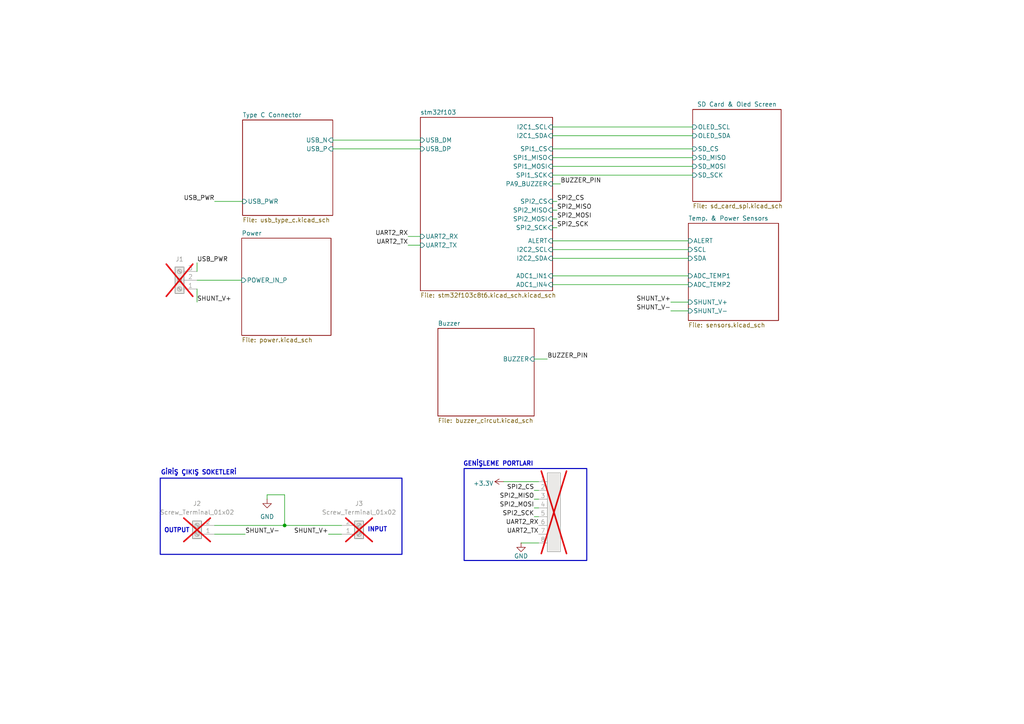
<source format=kicad_sch>
(kicad_sch (version 20250114) (generator "eeschema") (generator_version "9.0")
  (paper "A4")
  (title_block (title "Mini Power Logger") (date "2025-11-06") (rev "V0.1") (company "Mergened") (comment 1 "oesen@mergened.com") (comment 2 "Designed by: Oğuzhan EŞEN"))
  (lib_symbols
    (symbol "CONN_Header_6pos:1x8"
      (property "Reference" "C?" (at 6.604 24.892 0))
      (property "Value" "Connector_PinHeader_2.54mm" (at 6.604 24.892 0))
      (symbol "1x8_1_1"
        (rectangle (start 0 22.86) (end 3.81 0) (fill (type color) (color 255 254 192 1)))
        (pin passive line (at -2.54 20.32 0) (length 2.54) (name "") (number "1"))
        (pin passive line (at -2.54 17.78 0) (length 2.54) (name "") (number "2"))
        (pin passive line (at -2.54 15.24 0) (length 2.54) (name "") (number "3"))
        (pin passive line (at -2.54 12.7 0) (length 2.54) (name "") (number "4"))
        (pin passive line (at -2.54 10.16 0) (length 2.54) (name "") (number "5"))
        (pin passive line (at -2.54 7.62 0) (length 2.54) (name "") (number "6"))
        (pin passive line (at -2.54 5.08 0) (length 2.54) (name "") (number "7"))
        (pin passive line (at -2.54 2.54 0) (length 2.54) (name "") (number "8"))
      )
    )
    (symbol "Connector:Screw_Terminal_01x02" (pin_names (offset 1.016) (hide yes))
      (property "Reference" "J" (at 0 2.54 0))
      (property "Value" "Screw_Terminal_01x02" (at 0 -5.08 0))
      (symbol "Screw_Terminal_01x02_1_1"
        (rectangle (start -1.27 1.27) (end 1.27 -3.81) (stroke (width 0.254)) (fill (type background)))
        (polyline (pts (xy -0.5334 0.3302) (xy 0.3302 -0.508)) (stroke (width 0.1524)))
        (polyline (pts (xy -0.5334 -2.2098) (xy 0.3302 -3.048)) (stroke (width 0.1524)))
        (polyline (pts (xy -0.3556 0.508) (xy 0.508 -0.3302)) (stroke (width 0.1524)))
        (polyline (pts (xy -0.3556 -2.032) (xy 0.508 -2.8702)) (stroke (width 0.1524)))
        (circle (center 0 0) (radius 0.635) (stroke (width 0.1524)))
        (circle (center 0 -2.54) (radius 0.635) (stroke (width 0.1524)))
        (pin passive line (at -5.08 0 0) (length 3.81) (name "Pin_1") (number "1"))
        (pin passive line (at -5.08 -2.54 0) (length 3.81) (name "Pin_2") (number "2"))
      )
    )
    (symbol "Connector:Screw_Terminal_01x03" (pin_names (offset 1.016) (hide yes))
      (property "Reference" "J" (at 0 5.08 0))
      (property "Value" "Screw_Terminal_01x03" (at 0 -5.08 0))
      (symbol "Screw_Terminal_01x03_1_1"
        (rectangle (start -1.27 3.81) (end 1.27 -3.81) (stroke (width 0.254)) (fill (type background)))
        (polyline (pts (xy -0.5334 2.8702) (xy 0.3302 2.032)) (stroke (width 0.1524)))
        (polyline (pts (xy -0.5334 0.3302) (xy 0.3302 -0.508)) (stroke (width 0.1524)))
        (polyline (pts (xy -0.5334 -2.2098) (xy 0.3302 -3.048)) (stroke (width 0.1524)))
        (polyline (pts (xy -0.3556 3.048) (xy 0.508 2.2098)) (stroke (width 0.1524)))
        (polyline (pts (xy -0.3556 0.508) (xy 0.508 -0.3302)) (stroke (width 0.1524)))
        (polyline (pts (xy -0.3556 -2.032) (xy 0.508 -2.8702)) (stroke (width 0.1524)))
        (circle (center 0 2.54) (radius 0.635) (stroke (width 0.1524)))
        (circle (center 0 0) (radius 0.635) (stroke (width 0.1524)))
        (circle (center 0 -2.54) (radius 0.635) (stroke (width 0.1524)))
        (pin passive line (at -5.08 2.54 0) (length 3.81) (name "Pin_1") (number "1"))
        (pin passive line (at -5.08 0 0) (length 3.81) (name "Pin_2") (number "2"))
        (pin passive line (at -5.08 -2.54 0) (length 3.81) (name "Pin_3") (number "3"))
      )
    )
    (symbol "power:+3.3V" (power) (pin_numbers (hide yes)) (pin_names (offset 0) (hide yes))
      (property "Value" "+3.3V" (at 0 3.556 0))
      (symbol "+3.3V_0_1"
        (polyline (pts (xy -0.762 1.27) (xy 0 2.54)))
        (polyline (pts (xy 0 2.54) (xy 0.762 1.27)))
        (polyline (pts (xy 0 0) (xy 0 2.54)))
      )
      (symbol "+3.3V_1_1"
        (pin power_in line (at 0 0 90) (length 0) (name "~") (number "1"))
      )
    )
    (symbol "power:GND" (power) (pin_numbers (hide yes)) (pin_names (offset 0) (hide yes))
      (property "Value" "GND" (at 0 -3.81 0))
      (symbol "GND_0_1"
        (polyline (pts (xy 0 0) (xy 0 -1.27) (xy 1.27 -1.27) (xy 0 -2.54) (xy -1.27 -1.27) (xy 0 -1.27)))
      )
      (symbol "GND_1_1"
        (pin power_in line (at 0 0 270) (length 0) (name "~") (number "1"))
      )
    )
  )
  (rectangle (start 46.482 138.684) (end 116.586 160.782) (stroke (width 0.3)))
  (rectangle (start 134.62 135.89) (end 170.18 162.56) (stroke (width 0.3)))
  (text "INPUT" (at 109.474 153.67 0) (effects (font (size 1.27 1.27) (thickness 0.254) (bold yes))))
  (text "OUTPUT\n" (at 51.308 153.924 0) (effects (font (size 1.27 1.27) (thickness 0.254) (bold yes))))
  (text "GENİŞLEME PORTLARI" (at 144.526 134.62 0) (effects (font (size 1.27 1.27) (thickness 0.254) (bold yes))))
  (text "GİRİŞ ÇIKIŞ SOKETLERİ" (at 57.658 137.16 0) (effects (font (size 1.27 1.27) (thickness 0.254) (bold yes))))
  (junction (at 82.55 152.4))
  (wire (pts (xy 160.274 50.8) (xy 200.914 50.8)))
  (wire (pts (xy 95.25 154.94) (xy 99.06 154.94)))
  (wire (pts (xy 82.55 143.51) (xy 82.55 152.4)))
  (wire (pts (xy 160.274 36.83) (xy 200.914 36.83)))
  (wire (pts (xy 160.274 69.85) (xy 199.644 69.85)))
  (wire (pts (xy 57.15 76.2) (xy 57.15 78.74)))
  (wire (pts (xy 156.21 149.86) (xy 154.94 149.86)))
  (wire (pts (xy 156.21 144.78) (xy 154.94 144.78)))
  (wire (pts (xy 160.274 66.04) (xy 161.544 66.04)))
  (wire (pts (xy 118.364 68.58) (xy 121.92 68.58)))
  (wire (pts (xy 82.55 152.4) (xy 99.06 152.4)))
  (wire (pts (xy 160.274 45.72) (xy 200.914 45.72)))
  (wire (pts (xy 77.47 143.51) (xy 82.55 143.51)))
  (wire (pts (xy 96.52 40.64) (xy 121.92 40.64)))
  (wire (pts (xy 160.274 60.96) (xy 161.544 60.96)))
  (wire (pts (xy 62.23 154.94) (xy 71.12 154.94)))
  (wire (pts (xy 194.564 90.17) (xy 199.644 90.17)))
  (wire (pts (xy 160.274 53.34) (xy 162.56 53.34)))
  (wire (pts (xy 160.274 48.26) (xy 200.914 48.26)))
  (wire (pts (xy 194.564 87.63) (xy 199.644 87.63)))
  (wire (pts (xy 57.15 81.28) (xy 70.104 81.28)))
  (wire (pts (xy 156.21 147.32) (xy 154.94 147.32)))
  (wire (pts (xy 160.274 58.42) (xy 161.544 58.42)))
  (wire (pts (xy 146.05 139.7) (xy 156.21 139.7)))
  (wire (pts (xy 160.274 72.39) (xy 199.644 72.39)))
  (wire (pts (xy 160.274 80.01) (xy 199.644 80.01)))
  (wire (pts (xy 62.23 152.4) (xy 82.55 152.4)))
  (wire (pts (xy 62.23 58.42) (xy 70.358 58.42)))
  (wire (pts (xy 57.15 83.82) (xy 57.15 87.63)))
  (wire (pts (xy 160.274 82.55) (xy 199.644 82.55)))
  (wire (pts (xy 156.21 142.24) (xy 154.94 142.24)))
  (wire (pts (xy 160.274 63.5) (xy 161.544 63.5)))
  (wire (pts (xy 156.21 157.48) (xy 151.13 157.48)))
  (wire (pts (xy 154.94 104.14) (xy 158.75 104.14)))
  (wire (pts (xy 160.274 43.18) (xy 200.914 43.18)))
  (wire (pts (xy 160.274 39.37) (xy 200.914 39.37)))
  (wire (pts (xy 160.274 74.93) (xy 199.644 74.93)))
  (wire (pts (xy 96.52 43.18) (xy 121.92 43.18)))
  (wire (pts (xy 118.364 71.12) (xy 121.92 71.12)))
  (wire (pts (xy 77.47 144.78) (xy 77.47 143.51)))
  (label "UART2_TX" (at 156.21 154.94 180))
  (label "SHUNT_V+" (at 194.564 87.63 180))
  (label "SHUNT_V+" (at 95.25 154.94 180))
  (label "SPI2_MOSI" (at 161.544 63.5 0))
  (label "SHUNT_V-" (at 194.564 90.17 180))
  (label "USB_PWR" (at 57.15 76.2 0))
  (label "SPI2_CS" (at 161.544 58.42 0))
  (label "SHUNT_V+" (at 57.15 87.63 0))
  (label "BUZZER_PIN" (at 162.56 53.34 0))
  (label "SPI2_MISO" (at 161.544 60.96 0))
  (label "UART2_RX" (at 118.364 68.58 180))
  (label "UART2_TX" (at 118.364 71.12 180))
  (label "USB_PWR" (at 62.23 58.42 180))
  (label "UART2_RX" (at 156.21 152.4 180))
  (label "SHUNT_V-" (at 71.12 154.94 0))
  (label "BUZZER_PIN" (at 158.75 104.14 0))
  (label "SPI2_MOSI" (at 154.94 147.32 180))
  (label "SPI2_SCK" (at 154.94 149.86 180))
  (label "SPI2_CS" (at 154.94 142.24 180))
  (label "SPI2_MISO" (at 154.94 144.78 180))
  (label "SPI2_SCK" (at 161.544 66.04 0))
  (symbol (lib_id "CONN_Header_6pos:1x8") (at 158.75 160.02 0) (unit 1) (dnp yes)
    (property "Reference" "J4" (effects (hide yes)))
    (property "Value" "Connector_PinHeader_2.54mm" (effects (hide yes)))
    (property "Footprint" "Connector_PinHeader_2.54mm:PinHeader_1x08_P2.54mm_Vertical_SMD_Pin1Right" (effects (hide yes)))
  )
  (symbol (lib_id "power:+3.3V") (at 146.05 139.7 90) (unit 1)
    (property "Reference" "#PWR02" (effects (hide yes)))
    (property "Value" "+3.3V" (at 140.208 140.208 90))
    (property "Description" "Power symbol creates a global label with name \"+3.3V\"" (effects (hide yes)))
  )
  (symbol (lib_id "Connector:Screw_Terminal_01x02") (at 57.15 154.94 180) (unit 1) (dnp yes)
    (property "Reference" "J2" (at 57.15 146.05 0))
    (property "Value" "Screw_Terminal_01x02" (at 57.15 148.59 0))
    (property "Footprint" "TerminalBlock_Phoenix:TerminalBlock_Phoenix_MKDS-1-2-3.81_1x02_P3.81mm_Horizontal" (effects (hide yes)))
    (property "Description" "Generic screw terminal, single row, 01x02, script generated (kicad-library-utils/schlib/autogen/connector/)" (effects (hide yes)))
    (property "özdisan" "DG381S-3.81-02P-14-00AH" (effects (hide yes)))
  )
  (symbol (lib_id "Connector:Screw_Terminal_01x03") (at 52.07 81.28 180) (unit 1) (dnp yes)
    (property "Reference" "J1" (at 52.07 75.184 0))
    (property "Value" "Screw_Terminal_01x03" (effects (hide yes)))
    (property "Footprint" "Connector_PinHeader_2.54mm:PinHeader_1x03_P2.54mm_Vertical" (effects (hide yes)))
    (property "Description" "Generic screw terminal, single row, 01x03, script generated (kicad-library-utils/schlib/autogen/connector/)" (effects (hide yes)))
  )
  (symbol (lib_id "Connector:Screw_Terminal_01x02") (at 104.14 154.94 0) (mirror x) (unit 1) (dnp yes)
    (property "Reference" "J3" (at 104.14 146.05 0))
    (property "Value" "Screw_Terminal_01x02" (at 104.14 148.59 0))
    (property "Footprint" "TerminalBlock_Phoenix:TerminalBlock_Phoenix_MKDS-1-2-3.81_1x02_P3.81mm_Horizontal" (effects (hide yes)))
    (property "Description" "Generic screw terminal, single row, 01x02, script generated (kicad-library-utils/schlib/autogen/connector/)" (effects (hide yes)))
    (property "özdisan" "DG381S-3.81-02P-14-00AH" (effects (hide yes)))
  )
  (symbol (lib_id "power:GND") (at 77.47 144.78 0) (unit 1)
    (property "Reference" "#PWR01" (effects (hide yes)))
    (property "Value" "GND" (at 77.47 149.86 0))
    (property "Description" "Power symbol creates a global label with name \"GND\" , ground" (effects (hide yes)))
  )
  (symbol (lib_id "power:GND") (at 151.13 157.48 0) (unit 1)
    (property "Reference" "#PWR03" (effects (hide yes)))
    (property "Value" "GND" (at 151.13 161.29 0))
    (property "Description" "Power symbol creates a global label with name \"GND\" , ground" (effects (hide yes)))
  )
  (sheet (at 200.914 31.75) (size 25.654 26.67) (stroke (width 0.1524))
    (property "Sheetname" "SD Card & Oled Screen" (at 202.184 30.988 0) (effects (justify left bottom)))
    (property "Sheetfile" "sd_card_spi.kicad_sch" (at 200.914 59.0046 0) (effects (justify left top)))
    (pin "OLED_SCL" input (at 200.914 36.83 180))
    (pin "OLED_SDA" input (at 200.914 39.37 180))
    (pin "SD_CS" input (at 200.914 43.18 180))
    (pin "SD_MISO" input (at 200.914 45.72 180))
    (pin "SD_MOSI" input (at 200.914 48.26 180))
    (pin "SD_SCK" input (at 200.914 50.8 180))
  )
  (sheet (at 127 95.25) (size 27.94 25.4) (stroke (width 0.1524))
    (property "Sheetname" "Buzzer" (at 127 94.5384 0) (effects (justify left bottom)))
    (property "Sheetfile" "buzzer_circut.kicad_sch" (at 127 121.2346 0) (effects (justify left top)))
    (pin "BUZZER" input (at 154.94 104.14 0))
  )
  (sheet (at 70.104 69.088) (size 25.908 28.194) (stroke (width 0.1524))
    (property "Sheetname" "Power" (at 70.104 68.3764 0) (effects (justify left bottom)))
    (property "Sheetfile" "power.kicad_sch" (at 70.104 97.8666 0) (effects (justify left top)))
    (pin "POWER_IN_P" input (at 70.104 81.28 180))
  )
  (sheet (at 70.358 34.798) (size 26.162 27.686) (stroke (width 0.1524))
    (property "Sheetname" "Type C Connector" (at 70.358 34.0864 0) (effects (justify left bottom)))
    (property "Sheetfile" "usb_type_c.kicad_sch" (at 70.358 63.0686 0) (effects (justify left top)))
    (pin "USB_N" input (at 96.52 40.64 0))
    (pin "USB_P" input (at 96.52 43.18 0))
    (pin "USB_PWR" input (at 70.358 58.42 180))
  )
  (sheet (at 121.92 34.036) (size 38.354 50.292) (stroke (width 0.1524))
    (property "Sheetname" "stm32f103" (at 121.92 33.3244 0) (effects (justify left bottom)))
    (property "Sheetfile" "stm32f103c8t6.kicad_sch.kicad_sch" (at 121.92 84.9126 0) (effects (justify left top)))
    (pin "ADC1_IN1" input (at 160.274 80.01 0))
    (pin "ADC1_IN4" input (at 160.274 82.55 0))
    (pin "I2C1_SCL" input (at 160.274 36.83 0))
    (pin "I2C1_SDA" input (at 160.274 39.37 0))
    (pin "I2C2_SCL" input (at 160.274 72.39 0))
    (pin "I2C2_SDA" input (at 160.274 74.93 0))
    (pin "SPI1_CS" input (at 160.274 43.18 0))
    (pin "SPI1_MISO" input (at 160.274 45.72 0))
    (pin "SPI1_MOSI" input (at 160.274 48.26 0))
    (pin "SPI1_SCK" input (at 160.274 50.8 0))
    (pin "SPI2_CS" input (at 160.274 58.42 0))
    (pin "USB_DM" input (at 121.92 40.64 180))
    (pin "USB_DP" input (at 121.92 43.18 180))
    (pin "SPI2_MISO" input (at 160.274 60.96 0))
    (pin "SPI2_MOSI" input (at 160.274 63.5 0))
    (pin "SPI2_SCK" input (at 160.274 66.04 0))
    (pin "ALERT" input (at 160.274 69.85 0))
    (pin "UART2_RX" input (at 121.92 68.58 180))
    (pin "UART2_TX" input (at 121.92 71.12 180))
    (pin "PA9_BUZZER" input (at 160.274 53.34 0))
  )
  (sheet (at 199.644 64.77) (size 26.162 28.194) (stroke (width 0.1524))
    (property "Sheetname" "Temp. & Power Sensors" (at 199.644 64.0584 0) (effects (justify left bottom)))
    (property "Sheetfile" "sensors.kicad_sch" (at 199.644 93.5486 0) (effects (justify left top)))
    (pin "ALERT" input (at 199.644 69.85 180))
    (pin "SCL" input (at 199.644 72.39 180))
    (pin "SDA" input (at 199.644 74.93 180))
    (pin "ADC_TEMP1" input (at 199.644 80.01 180))
    (pin "ADC_TEMP2" input (at 199.644 82.55 180))
    (pin "SHUNT_V+" input (at 199.644 87.63 180))
    (pin "SHUNT_V-" input (at 199.644 90.17 180))
  )
)
</source>
